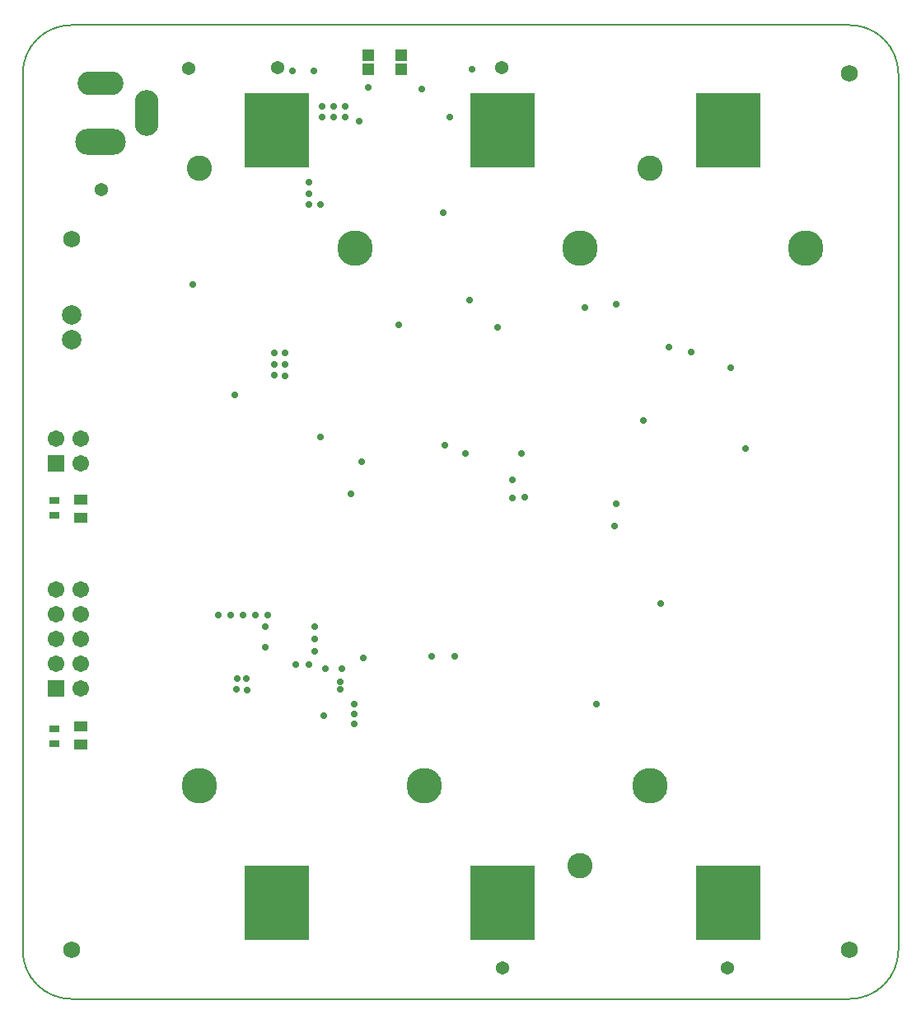
<source format=gbs>
G04*
G04 #@! TF.GenerationSoftware,Altium Limited,Altium Designer,21.1.1 (26)*
G04*
G04 Layer_Color=16711935*
%FSLAX25Y25*%
%MOIN*%
G70*
G04*
G04 #@! TF.SameCoordinates,8D04B9CC-E963-441F-A638-D17954596142*
G04*
G04*
G04 #@! TF.FilePolarity,Negative*
G04*
G01*
G75*
%ADD16C,0.00591*%
%ADD36C,0.05394*%
%ADD43R,0.05709X0.04134*%
%ADD49R,0.03937X0.02953*%
%ADD53C,0.06800*%
%ADD54C,0.06706*%
%ADD55R,0.06706X0.06706*%
%ADD56O,0.09658X0.18517*%
%ADD57O,0.20485X0.10642*%
%ADD58O,0.18517X0.09658*%
%ADD59C,0.07887*%
%ADD60C,0.10209*%
%ADD61C,0.14383*%
%ADD62C,0.02756*%
%ADD80R,0.04921X0.04528*%
%ADD81R,0.26272X0.30170*%
D16*
X354331Y374016D02*
G03*
X334646Y393701I-19685J0D01*
G01*
Y0D02*
G03*
X354331Y19685I0J19685D01*
G01*
X19685Y393701D02*
G03*
X0Y374016I0J-19685D01*
G01*
X0Y19685D02*
G03*
X19685Y0I19685J0D01*
G01*
X354331Y19685D02*
Y374016D01*
X19685Y0D02*
X334646D01*
X0Y19685D02*
Y374016D01*
X19685Y393701D02*
X334646D01*
D36*
X31693Y327165D02*
D03*
X103150Y376378D02*
D03*
X193898D02*
D03*
X194193Y12402D02*
D03*
X285236Y12500D02*
D03*
X67323Y376083D02*
D03*
D43*
X23425Y194488D02*
D03*
Y201772D02*
D03*
Y102756D02*
D03*
Y110039D02*
D03*
D49*
X12697Y109055D02*
D03*
Y103150D02*
D03*
Y195571D02*
D03*
Y201476D02*
D03*
D53*
X334646Y374016D02*
D03*
X19685Y19685D02*
D03*
Y307087D02*
D03*
X334646Y19685D02*
D03*
D54*
X13622Y165669D02*
D03*
Y135669D02*
D03*
Y155669D02*
D03*
Y145669D02*
D03*
X23622Y165669D02*
D03*
X23622Y155669D02*
D03*
Y125669D02*
D03*
Y145669D02*
D03*
X23622Y135669D02*
D03*
Y216535D02*
D03*
X13622Y226535D02*
D03*
X23622D02*
D03*
D55*
X13622Y125669D02*
D03*
X13622Y216535D02*
D03*
D56*
X50000Y358268D02*
D03*
D57*
X31496Y346457D02*
D03*
D58*
Y370079D02*
D03*
D59*
X19685Y266653D02*
D03*
Y276654D02*
D03*
D60*
X71358Y335906D02*
D03*
X253937D02*
D03*
X225640Y53858D02*
D03*
D61*
X71358Y86221D02*
D03*
X134350Y303543D02*
D03*
X253937Y86221D02*
D03*
X316929Y303543D02*
D03*
X225640D02*
D03*
X162648Y86221D02*
D03*
D62*
X181890Y375984D02*
D03*
X117717Y375197D02*
D03*
X109055D02*
D03*
X136221Y354709D02*
D03*
X139764Y368504D02*
D03*
X172933Y356398D02*
D03*
X161417Y367717D02*
D03*
X68898Y288976D02*
D03*
X258071Y159941D02*
D03*
X128463Y125068D02*
D03*
Y128119D02*
D03*
X239469Y191043D02*
D03*
X240059Y200098D02*
D03*
X203248Y202756D02*
D03*
X198228Y202559D02*
D03*
X201969Y220571D02*
D03*
X198228Y209941D02*
D03*
X179134Y220571D02*
D03*
X165354Y138583D02*
D03*
X90453Y129528D02*
D03*
X90748Y125000D02*
D03*
X86614Y125098D02*
D03*
X86811Y129626D02*
D03*
X174705Y138476D02*
D03*
X137304Y217225D02*
D03*
X132776Y204233D02*
D03*
X120473Y321261D02*
D03*
X115847D02*
D03*
X115862Y325642D02*
D03*
X115847Y330217D02*
D03*
X227461Y279627D02*
D03*
X270473Y261418D02*
D03*
X192127Y271654D02*
D03*
X240060Y280906D02*
D03*
X232087Y119193D02*
D03*
X292618Y222441D02*
D03*
X286417Y255217D02*
D03*
X85827Y244094D02*
D03*
X251181Y233800D02*
D03*
X261614Y263484D02*
D03*
X152067Y272441D02*
D03*
X180905Y282579D02*
D03*
X170722Y223816D02*
D03*
X120571Y227264D02*
D03*
X170079Y317717D02*
D03*
X121260Y356398D02*
D03*
Y360827D02*
D03*
X125689Y356398D02*
D03*
X130413D02*
D03*
Y360827D02*
D03*
X125689D02*
D03*
X106299Y251969D02*
D03*
X101673Y252067D02*
D03*
Y256594D02*
D03*
X106201Y256496D02*
D03*
Y261122D02*
D03*
X101772Y261221D02*
D03*
X98130Y142224D02*
D03*
Y150492D02*
D03*
X99114Y155315D02*
D03*
X94144D02*
D03*
X89173D02*
D03*
X84203D02*
D03*
X79232D02*
D03*
X137992Y137894D02*
D03*
X134206Y111319D02*
D03*
X134153Y115059D02*
D03*
Y119291D02*
D03*
X121752Y114469D02*
D03*
X129134Y133465D02*
D03*
X122343D02*
D03*
X115748Y135335D02*
D03*
X110531D02*
D03*
X118110Y140650D02*
D03*
Y145571D02*
D03*
Y150492D02*
D03*
D80*
X139862Y375787D02*
D03*
X139862Y381496D02*
D03*
X153051Y375787D02*
D03*
X153051Y381496D02*
D03*
D81*
X102854Y38701D02*
D03*
Y351063D02*
D03*
X285433Y38701D02*
D03*
Y351063D02*
D03*
X194144D02*
D03*
Y38701D02*
D03*
M02*

</source>
